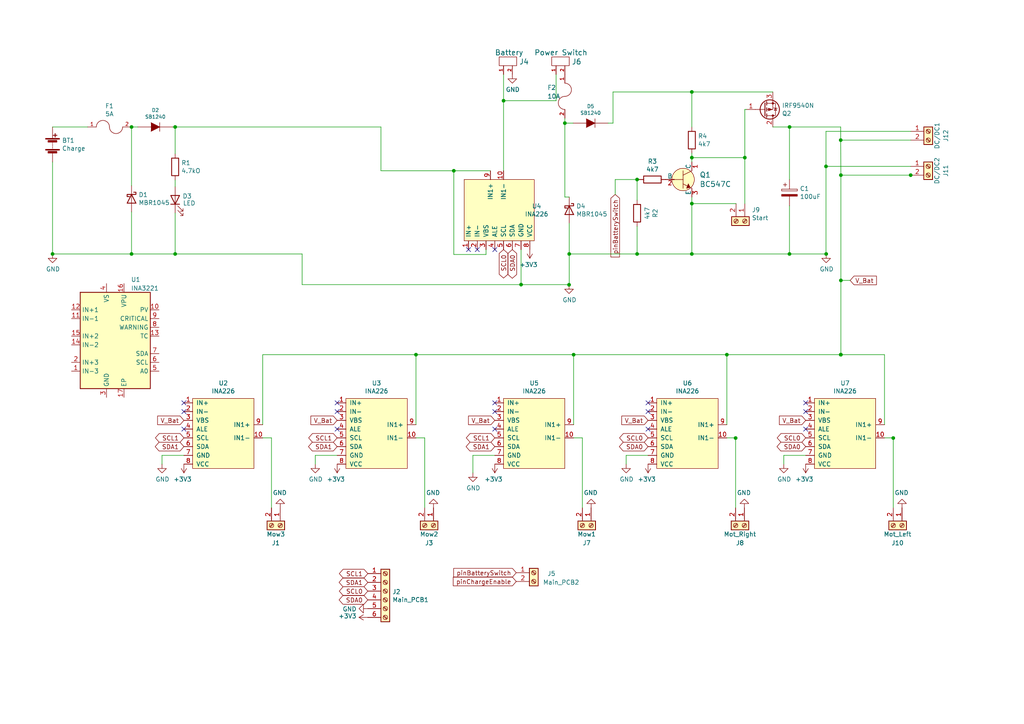
<source format=kicad_sch>
(kicad_sch (version 20211123) (generator eeschema)
  (paper "A4")
  (title_block (title "Charge PCB") (date "2022-09-02") (rev "v1.07") (comment 1 "Redesign by S.D original by Bernard") (comment 2 "Designed for TeensyMower"))
  (lib_symbols
    (symbol "Connector:Screw_Terminal_01x02" (pin_names (offset 1.016) hide)
      (property "Reference" "J" (at 0 2.54 0))
      (property "Value" "Screw_Terminal_01x02" (at 0 -5.08 0))
      (symbol "Screw_Terminal_01x02_1_1"
        (rectangle (start -1.27 1.27) (end 1.27 -3.81) (stroke (width 0.254)) (fill (type background)))
        (circle (center 0 -2.54) (radius 0.635) (stroke (width 0.1524)))
        (polyline (pts (xy -0.5334 -2.2098) (xy 0.3302 -3.048)) (stroke (width 0.1524)))
        (polyline (pts (xy -0.5334 0.3302) (xy 0.3302 -0.508)) (stroke (width 0.1524)))
        (polyline (pts (xy -0.3556 -2.032) (xy 0.508 -2.8702)) (stroke (width 0.1524)))
        (polyline (pts (xy -0.3556 0.508) (xy 0.508 -0.3302)) (stroke (width 0.1524)))
        (circle (center 0 0) (radius 0.635) (stroke (width 0.1524)))
        (pin passive line (at -5.08 0 0) (length 3.81) (name "Pin_1") (number "1"))
        (pin passive line (at -5.08 -2.54 0) (length 3.81) (name "Pin_2") (number "2"))
      )
    )
    (symbol "Connector:Screw_Terminal_01x06" (pin_names (offset 1.016) hide)
      (property "Reference" "J" (at 0 7.62 0))
      (property "Value" "Screw_Terminal_01x06" (at 0 -10.16 0))
      (symbol "Screw_Terminal_01x06_1_1"
        (rectangle (start -1.27 6.35) (end 1.27 -8.89) (stroke (width 0.254)) (fill (type background)))
        (circle (center 0 -7.62) (radius 0.635) (stroke (width 0.1524)))
        (circle (center 0 -5.08) (radius 0.635) (stroke (width 0.1524)))
        (circle (center 0 -2.54) (radius 0.635) (stroke (width 0.1524)))
        (polyline (pts (xy -0.5334 -7.2898) (xy 0.3302 -8.128)) (stroke (width 0.1524)))
        (polyline (pts (xy -0.5334 -4.7498) (xy 0.3302 -5.588)) (stroke (width 0.1524)))
        (polyline (pts (xy -0.5334 -2.2098) (xy 0.3302 -3.048)) (stroke (width 0.1524)))
        (polyline (pts (xy -0.5334 0.3302) (xy 0.3302 -0.508)) (stroke (width 0.1524)))
        (polyline (pts (xy -0.5334 2.8702) (xy 0.3302 2.032)) (stroke (width 0.1524)))
        (polyline (pts (xy -0.5334 5.4102) (xy 0.3302 4.572)) (stroke (width 0.1524)))
        (polyline (pts (xy -0.3556 -7.112) (xy 0.508 -7.9502)) (stroke (width 0.1524)))
        (polyline (pts (xy -0.3556 -4.572) (xy 0.508 -5.4102)) (stroke (width 0.1524)))
        (polyline (pts (xy -0.3556 -2.032) (xy 0.508 -2.8702)) (stroke (width 0.1524)))
        (polyline (pts (xy -0.3556 0.508) (xy 0.508 -0.3302)) (stroke (width 0.1524)))
        (polyline (pts (xy -0.3556 3.048) (xy 0.508 2.2098)) (stroke (width 0.1524)))
        (polyline (pts (xy -0.3556 5.588) (xy 0.508 4.7498)) (stroke (width 0.1524)))
        (circle (center 0 0) (radius 0.635) (stroke (width 0.1524)))
        (circle (center 0 2.54) (radius 0.635) (stroke (width 0.1524)))
        (circle (center 0 5.08) (radius 0.635) (stroke (width 0.1524)))
        (pin passive line (at -5.08 5.08 0) (length 3.81) (name "Pin_1") (number "1"))
        (pin passive line (at -5.08 2.54 0) (length 3.81) (name "Pin_2") (number "2"))
        (pin passive line (at -5.08 0 0) (length 3.81) (name "Pin_3") (number "3"))
        (pin passive line (at -5.08 -2.54 0) (length 3.81) (name "Pin_4") (number "4"))
        (pin passive line (at -5.08 -5.08 0) (length 3.81) (name "Pin_5") (number "5"))
        (pin passive line (at -5.08 -7.62 0) (length 3.81) (name "Pin_6") (number "6"))
      )
    )
    (symbol "Device:Battery" (pin_numbers hide) (pin_names (offset 0) hide)
      (property "Reference" "BT" (at 2.54 2.54 0))
      (property "Value" "Battery" (at 2.54 0 0))
      (symbol "Battery_0_1"
        (rectangle (start -2.032 -1.397) (end 2.032 -1.651) (fill (type outline)))
        (rectangle (start -2.032 1.778) (end 2.032 1.524) (fill (type outline)))
        (rectangle (start -1.3208 -1.9812) (end 1.27 -2.4892) (fill (type outline)))
        (rectangle (start -1.3208 1.1938) (end 1.27 0.6858) (fill (type outline)))
        (polyline (pts (xy 0 -1.524) (xy 0 -1.27)))
        (polyline (pts (xy 0 -1.016) (xy 0 -0.762)))
        (polyline (pts (xy 0 -0.508) (xy 0 -0.254)))
        (polyline (pts (xy 0 0) (xy 0 0.254)))
        (polyline (pts (xy 0 0.508) (xy 0 0.762)))
        (polyline (pts (xy 0 1.778) (xy 0 2.54)))
        (polyline (pts (xy 0.254 2.667) (xy 1.27 2.667)) (stroke (width 0.254)))
        (polyline (pts (xy 0.762 3.175) (xy 0.762 2.159)) (stroke (width 0.254)))
      )
      (symbol "Battery_1_1"
        (pin passive line (at 0 5.08 270) (length 2.54) (name "+") (number "1"))
        (pin passive line (at 0 -5.08 90) (length 2.54) (name "-") (number "2"))
      )
    )
    (symbol "Device:CP" (pin_numbers hide) (pin_names (offset 0.254))
      (property "Reference" "C" (at 0.635 2.54 0))
      (property "Value" "CP" (at 0.635 -2.54 0))
      (symbol "CP_0_1"
        (rectangle (start -2.286 0.508) (end 2.286 1.016))
        (polyline (pts (xy -1.778 2.286) (xy -0.762 2.286)))
        (polyline (pts (xy -1.27 2.794) (xy -1.27 1.778)))
        (rectangle (start 2.286 -0.508) (end -2.286 -1.016) (fill (type outline)))
      )
      (symbol "CP_1_1"
        (pin passive line (at 0 3.81 270) (length 2.794) (name "~") (number "1"))
        (pin passive line (at 0 -3.81 90) (length 2.794) (name "~") (number "2"))
      )
    )
    (symbol "Device:LED" (pin_numbers hide) (pin_names (offset 1.016) hide)
      (property "Reference" "D" (at 0 2.54 0))
      (property "Value" "LED" (at 0 -2.54 0))
      (symbol "LED_0_1"
        (polyline (pts (xy -1.27 -1.27) (xy -1.27 1.27)) (stroke (width 0.254)))
        (polyline (pts (xy -1.27 0) (xy 1.27 0)))
        (polyline (pts (xy 1.27 -1.27) (xy 1.27 1.27) (xy -1.27 0) (xy 1.27 -1.27)) (stroke (width 0.254)))
        (polyline (pts (xy -3.048 -0.762) (xy -4.572 -2.286) (xy -3.81 -2.286) (xy -4.572 -2.286) (xy -4.572 -1.524)))
        (polyline (pts (xy -1.778 -0.762) (xy -3.302 -2.286) (xy -2.54 -2.286) (xy -3.302 -2.286) (xy -3.302 -1.524)))
      )
      (symbol "LED_1_1"
        (pin passive line (at -3.81 0 0) (length 2.54) (name "K") (number "1"))
        (pin passive line (at 3.81 0 180) (length 2.54) (name "A") (number "2"))
      )
    )
    (symbol "Device:R" (pin_numbers hide) (pin_names (offset 0))
      (property "Reference" "R" (at 2.032 0 90))
      (property "Value" "R" (at 0 0 90))
      (symbol "R_0_1"
        (rectangle (start -1.016 -2.54) (end 1.016 2.54) (stroke (width 0.254)))
      )
      (symbol "R_1_1"
        (pin passive line (at 0 3.81 270) (length 1.27) (name "~") (number "1"))
        (pin passive line (at 0 -3.81 90) (length 1.27) (name "~") (number "2"))
      )
    )
    (symbol "Diode:MBR745" (pin_numbers hide) (pin_names (offset 1.016) hide)
      (property "Reference" "D" (at 0 2.54 0))
      (property "Value" "MBR745" (at 0 -2.54 0))
      (symbol "MBR745_0_1"
        (polyline (pts (xy 1.27 0) (xy -1.27 0)))
        (polyline (pts (xy 1.27 1.27) (xy 1.27 -1.27) (xy -1.27 0) (xy 1.27 1.27)) (stroke (width 0.254)))
        (polyline (pts (xy -1.905 0.635) (xy -1.905 1.27) (xy -1.27 1.27) (xy -1.27 -1.27) (xy -0.635 -1.27) (xy -0.635 -0.635)) (stroke (width 0.254)))
      )
      (symbol "MBR745_1_1"
        (pin passive line (at -3.81 0 0) (length 2.54) (name "K") (number "1"))
        (pin passive line (at 3.81 0 180) (length 2.54) (name "A") (number "2"))
      )
    )
    (symbol "Mechanical:MountingHole_Pad" (pin_numbers hide) (pin_names (offset 1.016) hide)
      (property "Reference" "H" (at 0 6.35 0))
      (property "Value" "MountingHole_Pad" (at 0 4.445 0))
      (symbol "MountingHole_Pad_0_1"
        (circle (center 0 1.27) (radius 1.27) (stroke (width 1.27)))
      )
      (symbol "MountingHole_Pad_1_1"
        (pin input line (at 0 -2.54 90) (length 2.54) (name "1") (number "1"))
      )
    )
    (symbol "Power_Management:INA3221"
      (property "Reference" "U" (at -10.16 17.78 0))
      (property "Value" "INA3221" (at 5.08 17.78 0))
      (symbol "INA3221_0_1"
        (rectangle (start 10.16 -12.7) (end -10.16 15.24) (stroke (width 0.254)) (fill (type background)))
      )
      (symbol "INA3221_1_1"
        (pin input line (at -12.7 -7.62 0) (length 2.54) (name "IN-3") (number "1"))
        (pin open_collector line (at 12.7 10.16 180) (length 2.54) (name "PV") (number "10"))
        (pin input line (at -12.7 7.62 0) (length 2.54) (name "IN-1") (number "11"))
        (pin input line (at -12.7 10.16 0) (length 2.54) (name "IN+1") (number "12"))
        (pin open_collector line (at 12.7 2.54 180) (length 2.54) (name "TC") (number "13"))
        (pin input line (at -12.7 0 0) (length 2.54) (name "IN-2") (number "14"))
        (pin input line (at -12.7 2.54 0) (length 2.54) (name "IN+2") (number "15"))
        (pin power_in line (at 2.54 17.78 270) (length 2.54) (name "VPU") (number "16"))
        (pin passive line (at 2.54 -15.24 90) (length 2.54) (name "EP") (number "17"))
        (pin input line (at -12.7 -5.08 0) (length 2.54) (name "IN+3") (number "2"))
        (pin power_in line (at -2.54 -15.24 90) (length 2.54) (name "GND") (number "3"))
        (pin power_in line (at -2.54 17.78 270) (length 2.54) (name "VS") (number "4"))
        (pin input line (at 12.7 -7.62 180) (length 2.54) (name "A0") (number "5"))
        (pin input line (at 12.7 -5.08 180) (length 2.54) (name "SCL") (number "6"))
        (pin bidirectional line (at 12.7 -2.54 180) (length 2.54) (name "SDA") (number "7"))
        (pin open_collector line (at 12.7 5.08 180) (length 2.54) (name "WARNING") (number "8"))
        (pin open_collector line (at 12.7 7.62 180) (length 2.54) (name "CRITICAL") (number "9"))
      )
    )
    (symbol "Transistor_FET:IRF9540N" (pin_names hide)
      (property "Reference" "Q" (at 5.08 1.905 0))
      (property "Value" "IRF9540N" (at 5.08 0 0))
      (symbol "IRF9540N_0_1"
        (polyline (pts (xy 0.254 0) (xy -2.54 0)))
        (polyline (pts (xy 0.254 1.905) (xy 0.254 -1.905)) (stroke (width 0.254)))
        (polyline (pts (xy 0.762 -1.27) (xy 0.762 -2.286)) (stroke (width 0.254)))
        (polyline (pts (xy 0.762 0.508) (xy 0.762 -0.508)) (stroke (width 0.254)))
        (polyline (pts (xy 0.762 2.286) (xy 0.762 1.27)) (stroke (width 0.254)))
        (polyline (pts (xy 2.54 2.54) (xy 2.54 1.778)))
        (polyline (pts (xy 2.54 -2.54) (xy 2.54 0) (xy 0.762 0)))
        (polyline (pts (xy 0.762 1.778) (xy 3.302 1.778) (xy 3.302 -1.778) (xy 0.762 -1.778)))
        (polyline (pts (xy 2.286 0) (xy 1.27 0.381) (xy 1.27 -0.381) (xy 2.286 0)) (fill (type outline)))
        (polyline (pts (xy 2.794 -0.508) (xy 2.921 -0.381) (xy 3.683 -0.381) (xy 3.81 -0.254)))
        (polyline (pts (xy 3.302 -0.381) (xy 2.921 0.254) (xy 3.683 0.254) (xy 3.302 -0.381)))
        (circle (center 1.651 0) (radius 2.794) (stroke (width 0.254)))
        (circle (center 2.54 -1.778) (radius 0.254) (fill (type outline)))
        (circle (center 2.54 1.778) (radius 0.254) (fill (type outline)))
      )
      (symbol "IRF9540N_1_1"
        (pin input line (at -5.08 0 0) (length 2.54) (name "G") (number "1"))
        (pin passive line (at 2.54 5.08 270) (length 2.54) (name "D") (number "2"))
        (pin passive line (at 2.54 -5.08 90) (length 2.54) (name "S") (number "3"))
      )
    )
    (symbol "charge_pcb-rescue:BC548BTA-dk_Transistors-Bipolar-BJT-Single-charge_pcb-rescue" (pin_names (offset 0))
      (property "Reference" "Q" (at -3.2004 4.2164 0))
      (property "Value" "BC548BTA-dk_Transistors-Bipolar-BJT-Single-charge_pcb-rescue" (at 5.2324 0 90))
      (symbol "BC548BTA-dk_Transistors-Bipolar-BJT-Single-charge_pcb-rescue_0_1"
        (polyline (pts (xy -3.81 0) (xy -2.54 0)))
        (polyline (pts (xy -3.556 0) (xy 0 0)))
        (polyline (pts (xy 0 -1.27) (xy 2.54 -2.54)))
        (polyline (pts (xy 0 1.27) (xy 2.54 2.54)))
        (polyline (pts (xy 0 2.54) (xy 0 -2.54)))
        (polyline (pts (xy 1.524 -1.27) (xy 2.032 -2.286) (xy 1.016 -2.54) (xy 1.524 -1.27)) (fill (type outline)))
        (circle (center 0 0) (radius 3.2512) (fill (type background)))
      )
      (symbol "BC548BTA-dk_Transistors-Bipolar-BJT-Single-charge_pcb-rescue_1_1"
        (pin passive line (at 2.54 5.08 270) (length 2.54) (name "C") (number "1"))
        (pin input line (at -5.08 0 0) (length 2.54) (name "B") (number "2"))
        (pin passive line (at 2.54 -5.08 90) (length 2.54) (name "E") (number "3"))
      )
    )
    (symbol "charge_pcb-rescue:DIODE-Lötpad_2,5mm-charge_pcb-rescue" (pin_numbers hide) (pin_names (offset 1.016) hide)
      (property "Reference" "D" (at 0 2.54 0))
      (property "Value" "DIODE-Lötpad_2,5mm-charge_pcb-rescue" (at 0 -2.54 0))
      (symbol "DIODE-Lötpad_2,5mm-charge_pcb-rescue_0_1"
        (polyline (pts (xy 1.27 1.27) (xy 1.27 -1.27)) (stroke (width 0.1524)))
        (polyline (pts (xy -1.27 1.27) (xy 1.27 0) (xy -1.27 -1.27)) (fill (type outline)))
      )
      (symbol "DIODE-Lötpad_2,5mm-charge_pcb-rescue_1_1"
        (pin passive line (at -5.08 0 0) (length 3.81) (name "A") (number "1"))
        (pin passive line (at 5.08 0 180) (length 3.81) (name "K") (number "2"))
      )
    )
    (symbol "charge_pcb-rescue:FUSE-Zimprich-charge_pcb-rescue" (pin_names (offset 0.254))
      (property "Reference" "F" (at 2.54 1.27 0))
      (property "Value" "FUSE-Zimprich-charge_pcb-rescue" (at -2.54 -1.27 0))
      (symbol "FUSE-Zimprich-charge_pcb-rescue_0_1"
        (arc (start 0 0) (mid -1.905 1.905) (end -3.81 0))
        (arc (start 0 0) (mid 1.905 -1.905) (end 3.81 0))
      )
      (symbol "FUSE-Zimprich-charge_pcb-rescue_1_1"
        (pin input line (at -6.35 0 0) (length 2.54) (name "~") (number "1"))
        (pin input line (at 6.35 0 180) (length 2.54) (name "~") (number "2"))
      )
    )
    (symbol "charge_pcb-rescue:GND-Lötpad_2,5mm-charge_pcb-rescue" (power) (pin_names (offset 0))
      (property "Value" "GND-Lötpad_2,5mm-charge_pcb-rescue" (at 0 -3.81 0))
      (symbol "GND-Lötpad_2,5mm-charge_pcb-rescue_0_1"
        (polyline (pts (xy 0 0) (xy 0 -1.27) (xy 1.27 -1.27) (xy 0 -2.54) (xy -1.27 -1.27) (xy 0 -1.27)))
      )
      (symbol "GND-Lötpad_2,5mm-charge_pcb-rescue_1_1"
        (pin power_in line (at 0 0 270) (length 0) hide (name "GND") (number "1"))
      )
    )
    (symbol "charge_pcb-rescue:HEADER_2-Zimprich-charge_pcb-rescue" (pin_names (offset 0))
      (property "Reference" "J" (at 0 3.81 0))
      (property "Value" "HEADER_2-Zimprich-charge_pcb-rescue" (at 0 -3.81 0))
      (symbol "HEADER_2-Zimprich-charge_pcb-rescue_0_1"
        (rectangle (start 2.54 2.54) (end 0 -2.54))
      )
      (symbol "HEADER_2-Zimprich-charge_pcb-rescue_1_1"
        (pin passive line (at -2.54 1.27 0) (length 2.54) (name "~") (number "1"))
        (pin passive line (at -2.54 -1.27 0) (length 2.54) (name "~") (number "2"))
      )
    )
    (symbol "charge_pcb-rescue:INA226-Sense_I2C" (pin_names (offset 1.016))
      (property "Reference" "U" (at 0 11.43 0))
      (property "Value" "INA226-Sense_I2C" (at 3.81 -6.35 0))
      (symbol "INA226-Sense_I2C_0_1"
        (rectangle (start 8.89 -10.16) (end -8.89 10.16) (fill (type background)))
      )
      (symbol "INA226-Sense_I2C_1_1"
        (pin input line (at -11.43 8.89 0) (length 2.54) (name "IN+") (number "1"))
        (pin input line (at 11.43 -1.27 180) (length 2.54) (name "IN1-") (number "10"))
        (pin input line (at -11.43 6.35 0) (length 2.54) (name "IN-") (number "2"))
        (pin input line (at -11.43 3.81 0) (length 2.54) (name "VBS") (number "3"))
        (pin input line (at -11.43 1.27 0) (length 2.54) (name "ALE") (number "4"))
        (pin bidirectional line (at -11.43 -1.27 0) (length 2.54) (name "SCL") (number "5"))
        (pin bidirectional line (at -11.43 -3.81 0) (length 2.54) (name "SDA") (number "6"))
        (pin input line (at -11.43 -6.35 0) (length 2.54) (name "GND") (number "7"))
        (pin input line (at -11.43 -8.89 0) (length 2.54) (name "VCC") (number "8"))
        (pin input line (at 11.43 2.54 180) (length 2.54) (name "IN1+") (number "9"))
      )
    )
    (symbol "power:+3.3V" (power) (pin_names (offset 0))
      (property "Value" "+3.3V" (at 0 3.556 0))
      (symbol "+3.3V_0_1"
        (polyline (pts (xy -0.762 1.27) (xy 0 2.54)))
        (polyline (pts (xy 0 0) (xy 0 2.54)))
        (polyline (pts (xy 0 2.54) (xy 0.762 1.27)))
      )
      (symbol "+3.3V_1_1"
        (pin power_in line (at 0 0 90) (length 0) hide (name "+3V3") (number "1"))
      )
    )
    (symbol "power:+3V3" (power) (pin_names (offset 0))
      (property "Value" "+3V3" (at 0 3.556 0))
      (symbol "+3V3_0_1"
        (polyline (pts (xy -0.762 1.27) (xy 0 2.54)))
        (polyline (pts (xy 0 0) (xy 0 2.54)))
        (polyline (pts (xy 0 2.54) (xy 0.762 1.27)))
      )
      (symbol "+3V3_1_1"
        (pin power_in line (at 0 0 90) (length 0) hide (name "+3V3") (number "1"))
      )
    )
    (symbol "power:GND" (power) (pin_names (offset 0))
      (property "Value" "GND" (at 0 -3.81 0))
      (symbol "GND_0_1"
        (polyline (pts (xy 0 0) (xy 0 -1.27) (xy 1.27 -1.27) (xy 0 -2.54) (xy -1.27 -1.27) (xy 0 -1.27)))
      )
      (symbol "GND_1_1"
        (pin power_in line (at 0 0 270) (length 0) hide (name "GND") (number "1"))
      )
    )
  )
  (junction (at 15.24 73.66))
  (junction (at 38.1508 73.66))
  (junction (at 213.36 127.0508))
  (junction (at 146.05 29.21))
  (junction (at 210.82 102.87))
  (junction (at 38.1508 36.83))
  (junction (at 243.8908 50.8))
  (junction (at 200.66 45.72))
  (junction (at 200.66 26.67))
  (junction (at 165.1 73.66))
  (junction (at 165.0492 82.6008))
  (junction (at 243.8908 102.87))
  (junction (at 166.37 102.87))
  (junction (at 239.6236 73.66))
  (junction (at 239.5728 48.26))
  (junction (at 229.0064 36.83))
  (junction (at 163.83 35.7124))
  (junction (at 50.8 36.83))
  (junction (at 120.65 102.87))
  (junction (at 259.08 127.0508))
  (junction (at 228.981 73.66))
  (junction (at 50.8 73.66))
  (junction (at 243.84 40.64))
  (junction (at 200.66 59.055))
  (junction (at 264.1346 50.8))
  (junction (at 131.6228 49.53))
  (junction (at 184.785 52.07))
  (junction (at 216.027 45.72))
  (junction (at 151.13 82.55))
  (junction (at 243.84 102.87))
  (junction (at 243.8908 81.3308))
  (junction (at 200.66 73.66))
  (junction (at 184.785 73.66))
  (no_connect (at 187.96 119.38))
  (no_connect (at 233.68 124.46))
  (no_connect (at 97.79 124.46))
  (no_connect (at 53.34 119.38))
  (no_connect (at 53.34 124.46))
  (no_connect (at 187.96 124.46))
  (no_connect (at 138.43 72.39))
  (no_connect (at 135.89 72.39))
  (no_connect (at 233.68 119.38))
  (no_connect (at 143.51 72.39))
  (no_connect (at 187.96 116.84))
  (no_connect (at 143.51 119.38))
  (no_connect (at 97.79 119.38))
  (no_connect (at 143.51 116.84))
  (no_connect (at 233.68 116.84))
  (no_connect (at 97.79 116.84))
  (no_connect (at 53.34 116.84))
  (no_connect (at 143.51 124.46))
  (wire (pts (xy 131.6228 73.8124) (xy 140.97 73.8124)))
  (wire (pts (xy 210.82 127) (xy 213.36 127)))
  (wire (pts (xy 131.6228 49.53) (xy 142.24 49.53)))
  (wire (pts (xy 50.8 73.66) (xy 87.63 73.66)))
  (wire (pts (xy 184.785 52.07) (xy 178.435 52.07)))
  (wire (pts (xy 243.8908 102.87) (xy 256.54 102.87)))
  (wire (pts (xy 200.66 73.66) (xy 228.981 73.66)))
  (wire (pts (xy 97.79 132.08) (xy 91.44 132.08)))
  (wire (pts (xy 87.63 82.55) (xy 151.13 82.55)))
  (wire (pts (xy 229.0064 36.83) (xy 243.84 36.83)))
  (wire (pts (xy 38.1508 53.848) (xy 38.1508 36.83)))
  (wire (pts (xy 243.8908 50.8) (xy 264.1346 50.8)))
  (wire (pts (xy 213.36 127.0508) (xy 213.36 147.32)))
  (wire (pts (xy 163.83 34.29) (xy 163.83 35.7124)))
  (wire (pts (xy 166.37 102.87) (xy 210.82 102.87)))
  (wire (pts (xy 264.1346 48.26) (xy 239.5728 48.26)))
  (wire (pts (xy 15.24 73.66) (xy 38.1508 73.66)))
  (wire (pts (xy 243.8908 81.3308) (xy 246.5832 81.3308)))
  (wire (pts (xy 50.8 36.83) (xy 110.49 36.83)))
  (wire (pts (xy 216.535 31.75) (xy 216.027 31.75)))
  (wire (pts (xy 50.8 61.7728) (xy 50.8 73.66)))
  (wire (pts (xy 184.785 65.659) (xy 184.785 73.66)))
  (wire (pts (xy 53.34 132.08) (xy 46.99 132.08)))
  (wire (pts (xy 163.83 35.7124) (xy 166.2176 35.7124)))
  (wire (pts (xy 200.66 26.67) (xy 200.66 36.83)))
  (wire (pts (xy 140.97 73.8124) (xy 140.97 72.39)))
  (wire (pts (xy 166.37 123.19) (xy 166.37 102.87)))
  (wire (pts (xy 200.66 57.15) (xy 200.66 59.055)))
  (wire (pts (xy 161.29 21.59) (xy 161.29 29.21)))
  (wire (pts (xy 76.2 123.19) (xy 76.2 102.87)))
  (wire (pts (xy 91.44 132.08) (xy 91.44 134.62)))
  (wire (pts (xy 200.66 44.45) (xy 200.66 45.72)))
  (wire (pts (xy 228.981 73.66) (xy 239.5728 73.66)))
  (wire (pts (xy 168.91 127) (xy 168.91 147.32)))
  (wire (pts (xy 200.66 45.72) (xy 216.027 45.72)))
  (wire (pts (xy 165.1 73.66) (xy 165.1 64.77)))
  (wire (pts (xy 38.1508 61.468) (xy 38.1508 73.66)))
  (wire (pts (xy 50.8 36.83) (xy 50.8 44.6024)))
  (wire (pts (xy 137.16 132.08) (xy 137.16 137.16)))
  (wire (pts (xy 243.8908 50.8) (xy 243.8908 81.3308)))
  (wire (pts (xy 177.8 35.7124) (xy 177.8 26.67)))
  (wire (pts (xy 151.13 72.39) (xy 151.13 82.55)))
  (wire (pts (xy 187.96 132.08) (xy 181.61 132.08)))
  (wire (pts (xy 213.36 127) (xy 213.36 127.0508)))
  (wire (pts (xy 181.61 132.08) (xy 181.61 134.62)))
  (wire (pts (xy 15.24 36.83) (xy 25.4 36.83)))
  (wire (pts (xy 143.51 132.08) (xy 137.16 132.08)))
  (wire (pts (xy 200.66 45.72) (xy 200.66 46.99)))
  (wire (pts (xy 110.49 49.53) (xy 131.6228 49.53)))
  (wire (pts (xy 165.1 73.66) (xy 184.785 73.66)))
  (wire (pts (xy 228.981 59.69) (xy 228.981 73.66)))
  (wire (pts (xy 216.027 45.72) (xy 216.027 59.055)))
  (wire (pts (xy 76.2 127) (xy 78.74 127)))
  (wire (pts (xy 50.8 52.2224) (xy 50.8 54.1528)))
  (wire (pts (xy 200.66 59.055) (xy 200.66 73.66)))
  (wire (pts (xy 78.74 127) (xy 78.74 147.32)))
  (wire (pts (xy 259.08 127) (xy 259.08 127.0508)))
  (wire (pts (xy 216.027 31.75) (xy 216.027 45.72)))
  (wire (pts (xy 184.785 58.039) (xy 184.785 52.07)))
  (wire (pts (xy 120.65 102.87) (xy 166.37 102.87)))
  (wire (pts (xy 131.6228 49.53) (xy 131.6228 73.8124)))
  (wire (pts (xy 38.1508 73.66) (xy 50.8 73.66)))
  (wire (pts (xy 123.19 127) (xy 123.19 147.32)))
  (wire (pts (xy 228.981 52.07) (xy 228.981 36.83)))
  (wire (pts (xy 264.16 38.1) (xy 239.5728 38.1)))
  (wire (pts (xy 243.84 40.64) (xy 243.8908 50.8)))
  (wire (pts (xy 50.1396 36.83) (xy 50.8 36.83)))
  (wire (pts (xy 256.54 102.87) (xy 256.54 123.19)))
  (wire (pts (xy 210.82 123.19) (xy 210.82 102.87)))
  (wire (pts (xy 200.66 26.67) (xy 224.155 26.67)))
  (wire (pts (xy 259.08 127.0508) (xy 259.08 147.32)))
  (wire (pts (xy 38.1508 36.83) (xy 39.9796 36.83)))
  (wire (pts (xy 233.68 132.08) (xy 227.33 132.08)))
  (wire (pts (xy 184.785 73.66) (xy 200.66 73.66)))
  (wire (pts (xy 256.54 127) (xy 259.08 127)))
  (wire (pts (xy 243.8908 81.3308) (xy 243.8908 102.87)))
  (wire (pts (xy 239.5728 48.26) (xy 239.5728 73.66)))
  (wire (pts (xy 243.84 102.87) (xy 243.8908 102.87)))
  (wire (pts (xy 146.05 29.21) (xy 146.05 49.53)))
  (wire (pts (xy 243.84 40.64) (xy 264.16 40.64)))
  (wire (pts (xy 264.16 50.8) (xy 264.1346 50.8)))
  (wire (pts (xy 38.1 36.83) (xy 38.1508 36.83)))
  (wire (pts (xy 120.65 127) (xy 123.19 127)))
  (wire (pts (xy 166.37 127) (xy 168.91 127)))
  (wire (pts (xy 213.487 59.055) (xy 200.66 59.055)))
  (wire (pts (xy 163.83 35.7124) (xy 163.83 57.15)))
  (wire (pts (xy 151.13 82.55) (xy 165.1 82.55)))
  (wire (pts (xy 224.155 36.83) (xy 228.981 36.83)))
  (wire (pts (xy 177.8 26.67) (xy 200.66 26.67)))
  (wire (pts (xy 239.5728 38.1) (xy 239.5728 48.26)))
  (wire (pts (xy 227.33 132.08) (xy 227.33 134.62)))
  (wire (pts (xy 146.05 21.59) (xy 146.05 29.21)))
  (wire (pts (xy 76.2 102.87) (xy 120.65 102.87)))
  (wire (pts (xy 120.65 123.19) (xy 120.65 102.87)))
  (wire (pts (xy 87.63 82.55) (xy 87.63 73.66)))
  (wire (pts (xy 46.99 132.08) (xy 46.99 134.62)))
  (wire (pts (xy 185.42 52.07) (xy 184.785 52.07)))
  (wire (pts (xy 110.49 36.83) (xy 110.49 49.53)))
  (wire (pts (xy 15.24 73.66) (xy 15.24 46.99)))
  (wire (pts (xy 161.29 29.21) (xy 146.05 29.21)))
  (wire (pts (xy 178.435 52.07) (xy 178.435 56.388)))
  (wire (pts (xy 176.3776 35.7124) (xy 177.8 35.7124)))
  (wire (pts (xy 243.84 36.83) (xy 243.84 40.64)))
  (wire (pts (xy 243.84 102.87) (xy 210.82 102.87)))
  (wire (pts (xy 163.83 57.15) (xy 165.1 57.15)))
  (wire (pts (xy 165.1 82.55) (xy 165.1 73.66)))
  (global_label "SDA1" (shape bidirectional) (at 53.34 129.54 180) (property "Intersheet References" "${INTERSHEET_REFS}" (effects hide)))
  (global_label "SDA1" (shape bidirectional) (at 106.68 168.91 180) (property "Intersheet References" "${INTERSHEET_REFS}" (effects hide)))
  (global_label "V_Bat" (shape input) (at 246.5832 81.3308 0) (property "Intersheet References" "${INTERSHEET_REFS}" (effects hide)))
  (global_label "SCL1" (shape bidirectional) (at 143.51 127 180) (property "Intersheet References" "${INTERSHEET_REFS}" (effects hide)))
  (global_label "V_Bat" (shape input) (at 53.34 121.92 180) (property "Intersheet References" "${INTERSHEET_REFS}" (effects hide)))
  (global_label "pinChargeEnable" (shape input) (at 149.733 168.656 180) (property "Intersheet References" "${INTERSHEET_REFS}" (effects hide)))
  (global_label "SDA0" (shape bidirectional) (at 106.68 173.99 180) (property "Intersheet References" "${INTERSHEET_REFS}" (effects hide)))
  (global_label "SDA1" (shape bidirectional) (at 143.51 129.54 180) (property "Intersheet References" "${INTERSHEET_REFS}" (effects hide)))
  (global_label "SCL0" (shape bidirectional) (at 106.68 171.45 180) (property "Intersheet References" "${INTERSHEET_REFS}" (effects hide)))
  (global_label "SCL0" (shape bidirectional) (at 187.96 127 180) (property "Intersheet References" "${INTERSHEET_REFS}" (effects hide)))
  (global_label "SDA0" (shape bidirectional) (at 233.68 129.54 180) (property "Intersheet References" "${INTERSHEET_REFS}" (effects hide)))
  (global_label "V_Bat" (shape input) (at 143.51 121.92 180) (property "Intersheet References" "${INTERSHEET_REFS}" (effects hide)))
  (global_label "pinBatterySwitch" (shape input) (at 149.733 166.116 180) (property "Intersheet References" "${INTERSHEET_REFS}" (effects hide)))
  (global_label "SDA0" (shape bidirectional) (at 148.59 72.39 270) (property "Intersheet References" "${INTERSHEET_REFS}" (effects hide)))
  (global_label "SCL1" (shape bidirectional) (at 106.68 166.37 180) (property "Intersheet References" "${INTERSHEET_REFS}" (effects hide)))
  (global_label "SDA1" (shape bidirectional) (at 97.79 129.54 180) (property "Intersheet References" "${INTERSHEET_REFS}" (effects hide)))
  (global_label "SCL1" (shape bidirectional) (at 97.79 127 180) (property "Intersheet References" "${INTERSHEET_REFS}" (effects hide)))
  (global_label "SDA0" (shape bidirectional) (at 187.96 129.54 180) (property "Intersheet References" "${INTERSHEET_REFS}" (effects hide)))
  (global_label "V_Bat" (shape input) (at 97.79 121.92 180) (property "Intersheet References" "${INTERSHEET_REFS}" (effects hide)))
  (global_label "pinBatterySwitch" (shape input) (at 178.435 56.388 270) (property "Intersheet References" "${INTERSHEET_REFS}" (effects hide)))
  (global_label "V_Bat" (shape input) (at 233.68 121.92 180) (property "Intersheet References" "${INTERSHEET_REFS}" (effects hide)))
  (global_label "SCL0" (shape bidirectional) (at 233.68 127 180) (property "Intersheet References" "${INTERSHEET_REFS}" (effects hide)))
  (global_label "SCL0" (shape bidirectional) (at 146.05 72.39 270) (property "Intersheet References" "${INTERSHEET_REFS}" (effects hide)))
  (global_label "SCL1" (shape bidirectional) (at 53.34 127 180) (property "Intersheet References" "${INTERSHEET_REFS}" (effects hide)))
  (global_label "V_Bat" (shape input) (at 187.96 121.92 180) (property "Intersheet References" "${INTERSHEET_REFS}" (effects hide)))
  (symbol (lib_id "Diode:MBR745") (at 38.1508 57.658 270) (unit 1)
    (property "Reference" "D1" (at 40.1828 56.4896 90) (effects (justify left)))
    (property "Value" "MBR1045" (at 40.1828 58.801 90) (effects (justify left)))
    (property "Footprint" "Package_TO_SOT_THT:TO-220-2_Vertical" (effects hide))
    (property "Datasheet" "http://www.onsemi.com/pub_link/Collateral/MBR735-D.PDF" (effects hide))
  )
  (symbol (lib_id "Device:Battery") (at 15.24 41.91 0) (unit 1)
    (property "Reference" "BT1" (at 17.9832 40.7416 0) (effects (justify left)))
    (property "Value" "Charge" (at 17.9832 43.053 0) (effects (justify left)))
    (property "Footprint" "Zimprich:Anschlussklemme_2P_RM5,08" (effects hide))
  )
  (symbol (lib_id "charge_pcb-rescue:FUSE-Zimprich-charge_pcb-rescue") (at 31.75 36.83 0) (unit 1)
    (property "Reference" "F1" (at 31.75 30.734 0))
    (property "Value" "5A" (at 31.75 33.0454 0))
    (property "Footprint" "Zimprich:Fuseholder_Reichelt_PL112000" (effects hide))
  )
  (symbol (lib_id "charge_pcb-rescue:DIODE-Lötpad_2,5mm-charge_pcb-rescue") (at 45.0596 36.83 0) (unit 1)
    (property "Reference" "D2" (at 45.0596 31.9532 0) (effects (font (size 1.016 1.016))))
    (property "Value" "SB1240" (at 45.0596 33.8836 0) (effects (font (size 1.016 1.016))))
    (property "Footprint" "Diode_THT:D_DO-41_SOD81_P10.16mm_Horizontal" (effects hide))
  )
  (symbol (lib_id "charge_pcb-rescue:HEADER_2-Zimprich-charge_pcb-rescue") (at 162.56 19.05 90) (unit 1)
    (property "Reference" "J6" (at 165.8112 17.907 90) (effects (font (size 1.524 1.524)) (justify right)))
    (property "Value" "Power Switch" (at 154.94 15.24 90) (effects (font (size 1.524 1.524)) (justify right)))
    (property "Footprint" "TerminalBlock:TerminalBlock_bornier-2_P5.08mm" (effects hide))
  )
  (symbol (lib_id "charge_pcb-rescue:HEADER_2-Zimprich-charge_pcb-rescue") (at 147.32 19.05 90) (unit 1)
    (property "Reference" "J4" (at 150.5712 17.907 90) (effects (font (size 1.524 1.524)) (justify right)))
    (property "Value" "Battery" (at 143.51 15.24 90) (effects (font (size 1.524 1.524)) (justify right)))
    (property "Footprint" "TerminalBlock:TerminalBlock_bornier-2_P5.08mm" (effects hide))
  )
  (symbol (lib_id "Device:R") (at 50.8 48.4124 0) (unit 1)
    (property "Reference" "R1" (at 52.578 47.244 0) (effects (justify left)))
    (property "Value" "4.7kO" (at 52.578 49.5554 0) (effects (justify left)))
    (property "Footprint" "Resistor_THT:R_Axial_DIN0207_L6.3mm_D2.5mm_P7.62mm_Horizontal" (effects hide))
  )
  (symbol (lib_id "charge_pcb-rescue:FUSE-Zimprich-charge_pcb-rescue") (at 163.83 27.94 270) (unit 1)
    (property "Reference" "F2" (at 158.75 25.4 90) (effects (justify left)))
    (property "Value" "10A" (at 158.75 27.94 90) (effects (justify left)))
    (property "Footprint" "Zimprich:Fuseholder_Reichelt_PL112000" (effects hide))
  )
  (symbol (lib_id "power:GND") (at 148.59 21.59 0) (unit 1)
    (property "Reference" "#PWR012" (effects hide))
    (property "Value" "GND" (at 148.717 25.9842 0))
  )
  (symbol (lib_id "Diode:MBR745") (at 165.1 60.96 270) (unit 1)
    (property "Reference" "D4" (at 167.132 59.7916 90) (effects (justify left)))
    (property "Value" "MBR1045" (at 167.132 62.103 90) (effects (justify left)))
    (property "Footprint" "Package_TO_SOT_THT:TO-220-2_Vertical" (effects hide))
    (property "Datasheet" "http://www.onsemi.com/pub_link/Collateral/MBR735-D.PDF" (effects hide))
  )
  (symbol (lib_id "charge_pcb-rescue:BC548BTA-dk_Transistors-Bipolar-BJT-Single-charge_pcb-rescue") (at 198.12 52.07 0) (unit 1)
    (property "Reference" "Q1" (at 202.8952 50.7238 0) (effects (font (size 1.524 1.524)) (justify left)))
    (property "Value" "BC547C" (at 202.8952 53.4162 0) (effects (font (size 1.524 1.524)) (justify left)))
    (property "Footprint" "digikey-footprints:TO-92-3_Formed_Leads" (effects hide))
    (property "Datasheet" "https://media.digikey.com/pdf/Data%20Sheets/ON%20Semiconductor%20PDFs/BC546-50.pdf" (effects hide))
    (property "Digi-Key_PN" "BC548BTACT-ND" (effects hide))
    (property "MPN" "BC548BTA" (effects hide))
    (property "Category" "Discrete Semiconductor Products" (effects hide))
    (property "Family" "Transistors - Bipolar (BJT) - Single" (effects hide))
    (property "DK_Datasheet_Link" "https://media.digikey.com/pdf/Data%20Sheets/ON%20Semiconductor%20PDFs/BC546-50.pdf" (effects hide))
    (property "DK_Detail_Page" "/product-detail/en/on-semiconductor/BC548BTA/BC548BTACT-ND/4553029" (effects hide))
    (property "Description" "TRANS NPN 30V 0.1A TO-92" (effects hide))
    (property "Manufacturer" "ON Semiconductor" (effects hide))
    (property "Status" "Active" (effects hide))
  )
  (symbol (lib_id "Mechanical:MountingHole_Pad") (at 300.99 13.97 0) (unit 1)
    (property "Reference" "H1" (at 303.53 12.7254 0) (effects (justify left)))
    (property "Value" "MountingHole_Pad" (at 303.53 15.0368 0) (effects (justify left)))
    (property "Footprint" "MountingHole:MountingHole_3.2mm_M3_DIN965_Pad_TopBottom" (effects hide))
  )
  (symbol (lib_id "Device:LED") (at 50.8 57.9628 90) (unit 1)
    (property "Reference" "D3" (at 52.9336 56.896 90) (effects (justify right)))
    (property "Value" "LED" (at 53.0352 58.928 90) (effects (justify right)))
    (property "Footprint" "LED_THT:LED_D1.8mm_W3.3mm_H2.4mm" (effects hide))
  )
  (symbol (lib_id "Device:R") (at 189.23 52.07 90) (unit 1)
    (property "Reference" "R3" (at 189.23 46.8122 90))
    (property "Value" "4k7" (at 189.23 49.1236 90))
    (property "Footprint" "Resistor_THT:R_Axial_DIN0207_L6.3mm_D2.5mm_P7.62mm_Horizontal" (effects hide))
  )
  (symbol (lib_id "Mechanical:MountingHole_Pad") (at 300.99 26.67 0) (unit 1)
    (property "Reference" "H2" (at 303.53 25.4254 0) (effects (justify left)))
    (property "Value" "MountingHole_Pad" (at 303.53 27.7368 0) (effects (justify left)))
    (property "Footprint" "MountingHole:MountingHole_3.2mm_M3_DIN965_Pad_TopBottom" (effects hide))
  )
  (symbol (lib_id "Mechanical:MountingHole_Pad") (at 300.99 39.37 0) (unit 1)
    (property "Reference" "H3" (at 303.53 38.1254 0) (effects (justify left)))
    (property "Value" "MountingHole_Pad" (at 303.53 40.4368 0) (effects (justify left)))
    (property "Footprint" "MountingHole:MountingHole_3.2mm_M3_DIN965_Pad_TopBottom" (effects hide))
  )
  (symbol (lib_id "Mechanical:MountingHole_Pad") (at 300.99 50.8 0) (unit 1)
    (property "Reference" "H4" (at 303.53 49.5554 0) (effects (justify left)))
    (property "Value" "MountingHole_Pad" (at 303.53 51.8668 0) (effects (justify left)))
    (property "Footprint" "MountingHole:MountingHole_3.2mm_M3_DIN965_Pad_TopBottom" (effects hide))
  )
  (symbol (lib_id "charge_pcb-rescue:GND-Lötpad_2,5mm-charge_pcb-rescue") (at 300.99 16.51 0) (unit 1)
    (property "Reference" "#PWR023" (effects hide))
    (property "Value" "GND" (at 301.117 21.1074 0) (effects (font (size 1.524 1.524))))
  )
  (symbol (lib_id "Device:R") (at 200.66 40.64 0) (unit 1)
    (property "Reference" "R4" (at 202.438 39.4716 0) (effects (justify left)))
    (property "Value" "4k7" (at 202.438 41.783 0) (effects (justify left)))
    (property "Footprint" "Resistor_THT:R_Axial_DIN0207_L6.3mm_D2.5mm_P7.62mm_Horizontal" (effects hide))
  )
  (symbol (lib_id "charge_pcb-rescue:GND-Lötpad_2,5mm-charge_pcb-rescue") (at 300.99 29.21 0) (unit 1)
    (property "Reference" "#PWR024" (effects hide))
    (property "Value" "GND" (at 301.117 33.8074 0) (effects (font (size 1.524 1.524))))
  )
  (symbol (lib_id "charge_pcb-rescue:GND-Lötpad_2,5mm-charge_pcb-rescue") (at 300.99 41.91 0) (unit 1)
    (property "Reference" "#PWR025" (effects hide))
    (property "Value" "GND" (at 301.117 46.5074 0) (effects (font (size 1.524 1.524))))
  )
  (symbol (lib_id "charge_pcb-rescue:GND-Lötpad_2,5mm-charge_pcb-rescue") (at 300.99 53.34 0) (unit 1)
    (property "Reference" "#PWR026" (effects hide))
    (property "Value" "GND" (at 301.117 57.9374 0) (effects (font (size 1.524 1.524))))
  )
  (symbol (lib_id "Device:CP") (at 228.981 55.88 0) (unit 1)
    (property "Reference" "C1" (at 231.9782 54.7116 0) (effects (justify left)))
    (property "Value" "100uF" (at 231.9782 57.023 0) (effects (justify left)))
    (property "Footprint" "Zimprich:Elko_vert_11.2x6.3mm_RM2.5" (effects hide))
  )
  (symbol (lib_id "Connector:Screw_Terminal_01x02") (at 154.813 166.116 0) (unit 1)
    (property "Reference" "J5" (at 158.75 166.37 0) (effects (justify left)))
    (property "Value" "Main_PCB2" (at 157.48 168.91 0) (effects (justify left)))
    (property "Footprint" "Connector_JST:JST_XH_B2B-XH-A_1x02_P2.50mm_Vertical" (effects hide))
  )
  (symbol (lib_id "charge_pcb-rescue:DIODE-Lötpad_2,5mm-charge_pcb-rescue") (at 171.2976 35.7124 0) (unit 1)
    (property "Reference" "D5" (at 171.2976 30.8356 0) (effects (font (size 1.016 1.016))))
    (property "Value" "SB1240" (at 171.2976 32.766 0) (effects (font (size 1.016 1.016))))
    (property "Footprint" "Diode_THT:D_DO-41_SOD81_P10.16mm_Horizontal" (effects hide))
  )
  (symbol (lib_id "Connector:Screw_Terminal_01x02") (at 216.027 64.135 270) (unit 1)
    (property "Reference" "J9" (at 218.059 60.8838 90) (effects (justify left)))
    (property "Value" "Start" (at 218.059 63.1952 90) (effects (justify left)))
    (property "Footprint" "Connector_JST:JST_XH_B2B-XH-A_1x02_P2.50mm_Vertical" (effects hide))
  )
  (symbol (lib_id "Device:R") (at 184.785 61.849 0) (unit 1)
    (property "Reference" "R2" (at 190.0428 61.849 90))
    (property "Value" "4k7" (at 187.7314 61.849 90))
    (property "Footprint" "Resistor_THT:R_Axial_DIN0207_L6.3mm_D2.5mm_P7.62mm_Horizontal" (effects hide))
  )
  (symbol (lib_id "Transistor_FET:IRF9540N") (at 221.615 31.75 0) (mirror x) (unit 1)
    (property "Reference" "Q2" (at 226.7966 32.9184 0) (effects (justify left)))
    (property "Value" "IRF9540N" (at 226.7966 30.607 0) (effects (justify left)))
    (property "Footprint" "Package_TO_SOT_THT:TO-220-3_Vertical" (effects hide))
    (property "Datasheet" "http://www.irf.com/product-info/datasheets/data/irf9540n.pdf" (effects hide))
  )
  (symbol (lib_id "charge_pcb-rescue:INA226-Sense_I2C") (at 144.78 60.96 90) (unit 1)
    (property "Reference" "U4" (at 155.6512 59.7916 90))
    (property "Value" "INA226" (at 155.6512 62.103 90))
    (property "Footprint" "Current_sense:INA226" (effects hide))
  )
  (symbol (lib_id "power:+3.3V") (at 153.67 72.39 180) (unit 1)
    (property "Reference" "#PWR013" (effects hide))
    (property "Value" "+3.3V" (at 153.289 76.7842 0))
  )
  (symbol (lib_id "charge_pcb-rescue:INA226-Sense_I2C") (at 245.11 125.73 0) (unit 1)
    (property "Reference" "U7" (at 245.11 111.125 0))
    (property "Value" "INA226" (at 245.11 113.4364 0))
    (property "Footprint" "Current_sense:INA226" (effects hide))
  )
  (symbol (lib_id "Connector:Screw_Terminal_01x02") (at 261.62 152.4 270) (unit 1)
    (property "Reference" "J10" (at 260.35 157.48 90))
    (property "Value" "Mot_Left" (at 260.35 154.94 90))
    (property "Footprint" "TerminalBlock:TerminalBlock_bornier-2_P5.08mm" (effects hide))
  )
  (symbol (lib_id "power:GND") (at 261.62 147.32 180) (unit 1)
    (property "Reference" "#PWR022" (effects hide))
    (property "Value" "GND" (at 261.493 142.9258 0))
  )
  (symbol (lib_id "power:GND") (at 227.33 134.62 0) (unit 1)
    (property "Reference" "#PWR019" (effects hide))
    (property "Value" "GND" (at 227.457 139.0142 0))
  )
  (symbol (lib_id "power:+3.3V") (at 233.68 134.62 180) (unit 1)
    (property "Reference" "#PWR020" (effects hide))
    (property "Value" "+3.3V" (at 233.299 139.0142 0))
  )
  (symbol (lib_id "charge_pcb-rescue:INA226-Sense_I2C") (at 199.39 125.73 0) (unit 1)
    (property "Reference" "U6" (at 199.39 111.125 0))
    (property "Value" "INA226" (at 199.39 113.4364 0))
    (property "Footprint" "Current_sense:INA226" (effects hide))
  )
  (symbol (lib_id "Connector:Screw_Terminal_01x02") (at 215.9 152.4 270) (unit 1)
    (property "Reference" "J8" (at 214.63 157.48 90))
    (property "Value" "Mot_Right" (at 214.63 154.94 90))
    (property "Footprint" "TerminalBlock:TerminalBlock_bornier-2_P5.08mm" (effects hide))
  )
  (symbol (lib_id "power:GND") (at 215.9 147.32 180) (unit 1)
    (property "Reference" "#PWR018" (effects hide))
    (property "Value" "GND" (at 215.773 142.9258 0))
  )
  (symbol (lib_id "power:GND") (at 181.61 134.62 0) (unit 1)
    (property "Reference" "#PWR016" (effects hide))
    (property "Value" "GND" (at 181.737 139.0142 0))
  )
  (symbol (lib_id "power:+3.3V") (at 187.96 134.62 180) (unit 1)
    (property "Reference" "#PWR017" (effects hide))
    (property "Value" "+3.3V" (at 187.579 139.0142 0))
  )
  (symbol (lib_id "charge_pcb-rescue:INA226-Sense_I2C") (at 154.94 125.73 0) (unit 1)
    (property "Reference" "U5" (at 154.94 111.125 0))
    (property "Value" "INA226" (at 154.94 113.4364 0))
    (property "Footprint" "Current_sense:INA226" (effects hide))
  )
  (symbol (lib_id "Connector:Screw_Terminal_01x02") (at 171.45 152.4 270) (unit 1)
    (property "Reference" "J7" (at 170.18 157.48 90))
    (property "Value" "Mow1" (at 170.18 154.94 90))
    (property "Footprint" "TerminalBlock:TerminalBlock_bornier-2_P5.08mm" (effects hide))
  )
  (symbol (lib_id "power:GND") (at 171.45 147.32 180) (unit 1)
    (property "Reference" "#PWR015" (effects hide))
    (property "Value" "GND" (at 171.323 142.9258 0))
  )
  (symbol (lib_id "power:GND") (at 137.16 137.16 0) (unit 1)
    (property "Reference" "#PWR010" (effects hide))
    (property "Value" "GND" (at 137.287 141.5542 0))
  )
  (symbol (lib_id "power:+3.3V") (at 143.51 134.62 180) (unit 1)
    (property "Reference" "#PWR011" (effects hide))
    (property "Value" "+3.3V" (at 143.129 139.0142 0))
  )
  (symbol (lib_id "charge_pcb-rescue:INA226-Sense_I2C") (at 109.22 125.73 0) (unit 1)
    (property "Reference" "U3" (at 109.22 111.125 0))
    (property "Value" "INA226" (at 109.22 113.4364 0))
    (property "Footprint" "Current_sense:INA226" (effects hide))
  )
  (symbol (lib_id "Connector:Screw_Terminal_01x02") (at 125.73 152.4 270) (unit 1)
    (property "Reference" "J3" (at 124.46 157.48 90))
    (property "Value" "Mow2" (at 124.46 154.94 90))
    (property "Footprint" "TerminalBlock:TerminalBlock_bornier-2_P5.08mm" (effects hide))
  )
  (symbol (lib_id "power:GND") (at 125.73 147.32 180) (unit 1)
    (property "Reference" "#PWR09" (effects hide))
    (property "Value" "GND" (at 125.603 142.9258 0))
  )
  (symbol (lib_id "power:GND") (at 91.44 134.62 0) (unit 1)
    (property "Reference" "#PWR05" (effects hide))
    (property "Value" "GND" (at 91.567 139.0142 0))
  )
  (symbol (lib_id "power:+3.3V") (at 97.79 134.62 180) (unit 1)
    (property "Reference" "#PWR06" (effects hide))
    (property "Value" "+3.3V" (at 97.409 139.0142 0))
  )
  (symbol (lib_id "charge_pcb-rescue:INA226-Sense_I2C") (at 64.77 125.73 0) (unit 1)
    (property "Reference" "U2" (at 64.77 111.125 0))
    (property "Value" "INA226" (at 64.77 113.4364 0))
    (property "Footprint" "Current_sense:INA226" (effects hide))
  )
  (symbol (lib_id "Connector:Screw_Terminal_01x02") (at 81.28 152.4 270) (unit 1)
    (property "Reference" "J1" (at 80.01 157.48 90))
    (property "Value" "Mow3" (at 80.01 154.94 90))
    (property "Footprint" "TerminalBlock:TerminalBlock_bornier-2_P5.08mm" (effects hide))
  )
  (symbol (lib_id "power:GND") (at 81.28 147.32 180) (unit 1)
    (property "Reference" "#PWR04" (effects hide))
    (property "Value" "GND" (at 81.153 142.9258 0))
  )
  (symbol (lib_id "power:GND") (at 46.99 134.62 0) (unit 1)
    (property "Reference" "#PWR02" (effects hide))
    (property "Value" "GND" (at 47.117 139.0142 0))
  )
  (symbol (lib_id "power:+3.3V") (at 53.34 134.62 180) (unit 1)
    (property "Reference" "#PWR03" (effects hide))
    (property "Value" "+3.3V" (at 52.959 139.0142 0))
  )
  (symbol (lib_id "Connector:Screw_Terminal_01x06") (at 111.76 171.45 0) (unit 1)
    (property "Reference" "J2" (at 113.792 171.6532 0) (effects (justify left)))
    (property "Value" "Main_PCB1" (at 113.792 173.9646 0) (effects (justify left)))
    (property "Footprint" "Connector_JST:JST_XH_B6B-XH-A_1x06_P2.50mm_Vertical" (effects hide))
  )
  (symbol (lib_id "power:+3V3") (at 106.68 179.07 90) (unit 1)
    (property "Reference" "#PWR08" (effects hide))
    (property "Value" "+3V3" (at 103.4288 178.689 90) (effects (justify left)))
  )
  (symbol (lib_id "power:GND") (at 106.68 176.53 270) (unit 1)
    (property "Reference" "#PWR07" (effects hide))
    (property "Value" "GND" (at 103.4288 176.657 90) (effects (justify right)))
  )
  (symbol (lib_id "Connector:Screw_Terminal_01x02") (at 269.24 38.1 0) (unit 1)
    (property "Reference" "J12" (at 274.32 39.37 90))
    (property "Value" "DC/DC1" (at 271.78 39.37 90))
    (property "Footprint" "TerminalBlock:TerminalBlock_bornier-2_P5.08mm" (effects hide))
  )
  (symbol (lib_id "Connector:Screw_Terminal_01x02") (at 269.2146 48.26 0) (unit 1)
    (property "Reference" "J11" (at 274.2946 49.53 90))
    (property "Value" "DC/DC2" (at 271.7546 49.53 90))
    (property "Footprint" "TerminalBlock:TerminalBlock_bornier-2_P5.08mm" (effects hide))
  )
  (symbol (lib_id "power:GND") (at 15.24 73.66 0) (unit 1)
    (property "Reference" "#PWR01" (effects hide))
    (property "Value" "GND" (at 15.367 78.0542 0))
  )
  (symbol (lib_id "Power_Management:INA3221") (at 33.4264 100.0252 0) (unit 1)
    (property "Reference" "U1" (at 37.9858 81.0854 0) (effects (justify left)))
    (property "Value" "INA3221" (at 37.9858 83.6223 0) (effects (justify left)))
    (property "Footprint" "jwm_kicad_footprints_misc:INA3221_Module_P2.54mm" (effects hide))
    (property "Datasheet" "http://www.ti.com/lit/ds/symlink/ina3221.pdf" (effects hide))
  )
  (symbol (lib_id "power:GND") (at 239.6236 73.66 0) (unit 1)
    (property "Reference" "#PWR021" (effects hide))
    (property "Value" "GND" (at 239.7506 78.0542 0))
  )
  (symbol (lib_id "power:GND") (at 165.0492 82.6008 0) (unit 1)
    (property "Reference" "#PWR014" (effects hide))
    (property "Value" "GND" (at 165.1762 86.995 0))
  )
)
</source>
